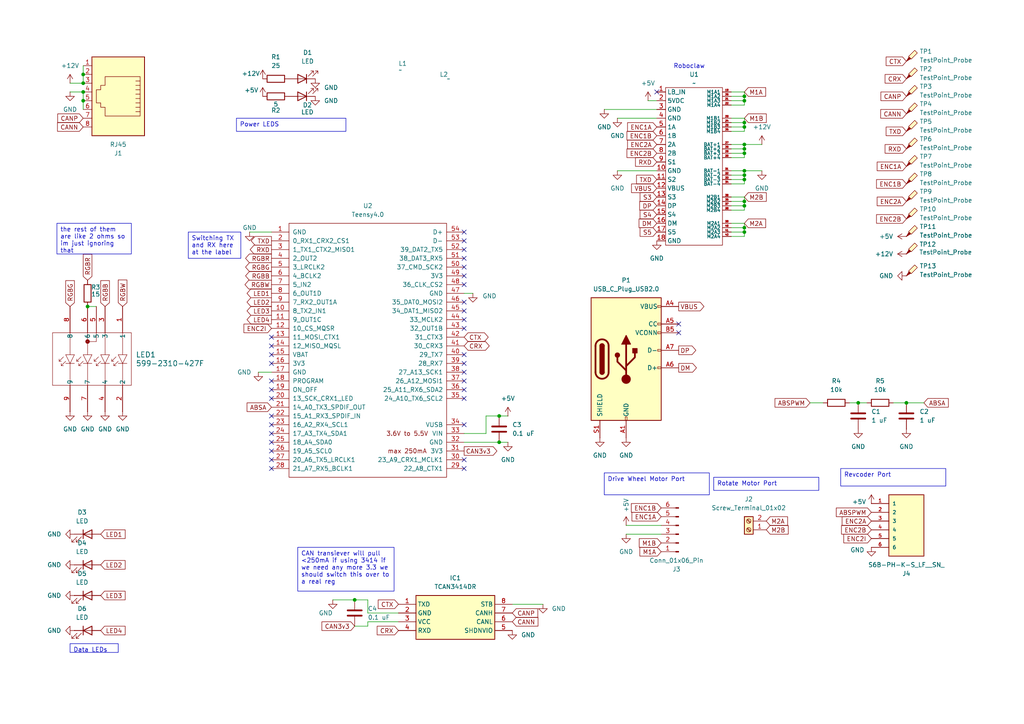
<source format=kicad_sch>
(kicad_sch (version 20231120) (generator "eeschema") (generator_version "8.0")
  (paper "A4")
  (lib_symbols
    (symbol "2024-05-06_00-08-00:599-2310-427F" (pin_names (offset 0.254))
      (property "Reference" "LED" (at 15.875 10.795 0))
      (property "Value" "599-2310-427F" (at 20.32 5.08 0))
      (symbol "599-2310-427F_0_1"
        (pin unspecified line (at 30.48 -15.24 180) (length 7.62) (name "1") (number "1"))
        (pin unspecified line (at 0 -15.24 0) (length 7.62) (name "2") (number "2"))
        (pin unspecified line (at 30.48 -10.16 180) (length 7.62) (name "3") (number "3"))
        (pin unspecified line (at 0 -10.16 0) (length 7.62) (name "4") (number "4"))
        (pin unspecified line (at 30.48 -7.62 180) (length 7.62) (name "5") (number "5"))
        (pin unspecified line (at 30.48 -5.08 180) (length 7.62) (name "6") (number "6"))
        (pin unspecified line (at 0 -5.08 0) (length 7.62) (name "7") (number "7"))
        (pin unspecified line (at 30.48 0 180) (length 7.62) (name "8") (number "8"))
        (pin unspecified line (at 0 0 0) (length 7.62) (name "9") (number "9"))
      )
    )
    (symbol "Connector:Conn_01x06_Pin" (pin_names (offset 1.016) hide)
      (property "Reference" "J" (at 0 7.62 0))
      (property "Value" "Conn_01x06_Pin" (at 0 -10.16 0))
      (symbol "Conn_01x06_Pin_1_1"
        (pin passive line (at 5.08 5.08 180) (length 3.81) (name "Pin_1") (number "1"))
        (pin passive line (at 5.08 2.54 180) (length 3.81) (name "Pin_2") (number "2"))
        (pin passive line (at 5.08 0 180) (length 3.81) (name "Pin_3") (number "3"))
        (pin passive line (at 5.08 -2.54 180) (length 3.81) (name "Pin_4") (number "4"))
        (pin passive line (at 5.08 -5.08 180) (length 3.81) (name "Pin_5") (number "5"))
        (pin passive line (at 5.08 -7.62 180) (length 3.81) (name "Pin_6") (number "6"))
      )
    )
    (symbol "Connector:RJ45" (pin_names (offset 1.016))
      (property "Reference" "J" (at -5.08 13.97 0))
      (property "Value" "RJ45" (at 2.54 13.97 0))
      (symbol "RJ45_1_1"
        (pin passive line (at 10.16 -7.62 180) (length 2.54) (name "~") (number "1"))
        (pin passive line (at 10.16 -5.08 180) (length 2.54) (name "~") (number "2"))
        (pin passive line (at 10.16 -2.54 180) (length 2.54) (name "~") (number "3"))
        (pin passive line (at 10.16 0 180) (length 2.54) (name "~") (number "4"))
        (pin passive line (at 10.16 2.54 180) (length 2.54) (name "~") (number "5"))
        (pin passive line (at 10.16 5.08 180) (length 2.54) (name "~") (number "6"))
        (pin passive line (at 10.16 7.62 180) (length 2.54) (name "~") (number "7"))
        (pin passive line (at 10.16 10.16 180) (length 2.54) (name "~") (number "8"))
      )
    )
    (symbol "Connector:Screw_Terminal_01x02" (pin_names (offset 1.016) hide)
      (property "Reference" "J" (at 0 2.54 0))
      (property "Value" "Screw_Terminal_01x02" (at 0 -5.08 0))
      (symbol "Screw_Terminal_01x02_1_1"
        (pin passive line (at -5.08 0 0) (length 3.81) (name "Pin_1") (number "1"))
        (pin passive line (at -5.08 -2.54 0) (length 3.81) (name "Pin_2") (number "2"))
      )
    )
    (symbol "Connector:TestPoint_Probe" (pin_numbers hide) (pin_names (offset 0.762) hide)
      (property "Reference" "TP" (at 1.651 5.842 0))
      (property "Value" "TestPoint_Probe" (at 1.651 4.064 0))
      (symbol "TestPoint_Probe_1_1"
        (pin passive line (at 0 0 90) (length 0) (name "1") (number "1"))
      )
    )
    (symbol "Connector:USB_C_Plug_USB2.0" (pin_names (offset 1.016))
      (property "Reference" "P" (at -10.16 19.05 0))
      (property "Value" "USB_C_Plug_USB2.0" (at 12.7 19.05 0))
      (symbol "USB_C_Plug_USB2.0_1_1"
        (pin passive line (at 0 -22.86 90) (length 5.08) (name "GND") (number "A1"))
        (pin passive line (at 0 -22.86 90) (length 5.08) hide (name "GND") (number "A12"))
        (pin passive line (at 15.24 15.24 180) (length 5.08) (name "VBUS") (number "A4"))
        (pin bidirectional line (at 15.24 10.16 180) (length 5.08) (name "CC") (number "A5"))
        (pin bidirectional line (at 15.24 -2.54 180) (length 5.08) (name "D+") (number "A6"))
        (pin bidirectional line (at 15.24 2.54 180) (length 5.08) (name "D-") (number "A7"))
        (pin passive line (at 15.24 15.24 180) (length 5.08) hide (name "VBUS") (number "A9"))
        (pin passive line (at 0 -22.86 90) (length 5.08) hide (name "GND") (number "B1"))
        (pin passive line (at 0 -22.86 90) (length 5.08) hide (name "GND") (number "B12"))
        (pin passive line (at 15.24 15.24 180) (length 5.08) hide (name "VBUS") (number "B4"))
        (pin bidirectional line (at 15.24 7.62 180) (length 5.08) (name "VCONN") (number "B5"))
        (pin passive line (at 15.24 15.24 180) (length 5.08) hide (name "VBUS") (number "B9"))
        (pin passive line (at -7.62 -22.86 90) (length 5.08) (name "SHIELD") (number "S1"))
      )
    )
    (symbol "Device:C" (pin_numbers hide) (pin_names (offset 0.254))
      (property "Reference" "C" (at 0.635 2.54 0))
      (property "Value" "C" (at 0.635 -2.54 0))
      (symbol "C_1_1"
        (pin passive line (at 0 3.81 270) (length 2.794) (name "~") (number "1"))
        (pin passive line (at 0 -3.81 90) (length 2.794) (name "~") (number "2"))
      )
    )
    (symbol "Device:LED" (pin_numbers hide) (pin_names (offset 1.016) hide)
      (property "Reference" "D" (at 0 2.54 0))
      (property "Value" "LED" (at 0 -2.54 0))
      (symbol "LED_1_1"
        (pin passive line (at -3.81 0 0) (length 2.54) (name "K") (number "1"))
        (pin passive line (at 3.81 0 180) (length 2.54) (name "A") (number "2"))
      )
    )
    (symbol "Device:R" (pin_numbers hide) (pin_names (offset 0))
      (property "Reference" "R" (at 2.032 0 90))
      (property "Value" "R" (at 0 0 90))
      (symbol "R_1_1"
        (pin passive line (at 0 3.81 270) (length 1.27) (name "~") (number "1"))
        (pin passive line (at 0 -3.81 90) (length 1.27) (name "~") (number "2"))
      )
    )
    (symbol "S6B-PH-K-S_LF__SN_:S6B-PH-K-S_LF__SN_" (pin_names (offset 1.016))
      (property "Reference" "J" (at -5.08 8.1397 0))
      (property "Value" "S6B-PH-K-S_LF__SN_" (at -5.08 -12.7154 0))
      (symbol "S6B-PH-K-S_LF__SN__0_0"
        (pin passive line (at -10.16 5.08 0) (length 5.08) (name "1") (number "1"))
        (pin passive line (at -10.16 2.54 0) (length 5.08) (name "2") (number "2"))
        (pin passive line (at -10.16 0 0) (length 5.08) (name "3") (number "3"))
        (pin passive line (at -10.16 -2.54 0) (length 5.08) (name "4") (number "4"))
        (pin passive line (at -10.16 -5.08 0) (length 5.08) (name "5") (number "5"))
        (pin passive line (at -10.16 -7.62 0) (length 5.08) (name "6") (number "6"))
      )
    )
    (symbol "TCAN3414DR:TCAN3414DR"
      (property "Reference" "IC" (at 29.21 7.62 0))
      (property "Value" "TCAN3414DR" (at 29.21 5.08 0))
      (symbol "TCAN3414DR_1_1"
        (pin passive line (at 0 0 0) (length 5.08) (name "TXD") (number "1"))
        (pin passive line (at 0 -2.54 0) (length 5.08) (name "GND") (number "2"))
        (pin passive line (at 0 -5.08 0) (length 5.08) (name "VCC") (number "3"))
        (pin passive line (at 0 -7.62 0) (length 5.08) (name "RXD") (number "4"))
        (pin passive line (at 33.02 -7.62 180) (length 5.08) (name "SHDNVIO") (number "5"))
        (pin passive line (at 33.02 -5.08 180) (length 5.08) (name "CANL") (number "6"))
        (pin passive line (at 33.02 -2.54 180) (length 5.08) (name "CANH") (number "7"))
        (pin passive line (at 33.02 0 180) (length 5.08) (name "STB") (number "8"))
      )
    )
    (symbol "custom:Logo"
      (property "Reference" "L" (at 0 0 0))
    )
    (symbol "power:+12V" (power) (pin_numbers hide) (pin_names (offset 0) hide)
      (property "Value" "+12V" (at 0 3.556 0))
      (symbol "+12V_1_1"
        (pin power_in line (at 0 0 90) (length 0) (name "~") (number "1"))
      )
    )
    (symbol "power:+5V" (power) (pin_numbers hide) (pin_names (offset 0) hide)
      (property "Value" "+5V" (at 0 3.556 0))
      (symbol "+5V_1_1"
        (pin power_in line (at 0 0 90) (length 0) (name "~") (number "1"))
      )
    )
    (symbol "power:GND" (power) (pin_numbers hide) (pin_names (offset 0) hide)
      (property "Value" "GND" (at 0 -3.81 0))
      (symbol "GND_1_1"
        (pin power_in line (at 0 0 270) (length 0) (name "~") (number "1"))
      )
    )
    (symbol "roboclaw:Roboclaw"
      (property "Reference" "U" (at -1.524 -1.27 0))
      (symbol "Roboclaw_1_1"
        (pin input line (at -10.16 -3.81 0) (length 2.54) (name "LB_IN") (number "1"))
        (pin input line (at -10.16 -26.67 0) (length 2.54) (name "GND") (number "10"))
        (pin input line (at -10.16 -29.21 0) (length 2.54) (name "S2") (number "11"))
        (pin input line (at -10.16 -31.75 0) (length 2.54) (name "VBUS") (number "12"))
        (pin input line (at -10.16 -34.29 0) (length 2.54) (name "S3") (number "13"))
        (pin input line (at -10.16 -36.83 0) (length 2.54) (name "DP") (number "14"))
        (pin input line (at -10.16 -39.37 0) (length 2.54) (name "S4") (number "15"))
        (pin input line (at -10.16 -41.91 0) (length 2.54) (name "DM") (number "16"))
        (pin input line (at -10.16 -44.45 0) (length 2.54) (name "S5") (number "17"))
        (pin input line (at -10.16 -46.99 0) (length 2.54) (name "GND") (number "18"))
        (pin output line (at 11.43 -3.81 180) (length 2.54) (name "M1A1") (number "19"))
        (pin power_out line (at -10.16 -6.35 0) (length 2.54) (name "5VDC") (number "2"))
        (pin output line (at 11.43 -5.08 180) (length 2.54) (name "M1A2") (number "20"))
        (pin output line (at 11.43 -6.35 180) (length 2.54) (name "M1A3") (number "21"))
        (pin output line (at 11.43 -7.62 180) (length 2.54) (name "M1A4") (number "22"))
        (pin output line (at 11.43 -11.43 180) (length 2.54) (name "M1B1") (number "23"))
        (pin output line (at 11.43 -12.7 180) (length 2.54) (name "M1B2") (number "24"))
        (pin output line (at 11.43 -13.97 180) (length 2.54) (name "M1B3") (number "25"))
        (pin output line (at 11.43 -15.24 180) (length 2.54) (name "M1B4") (number "26"))
        (pin power_in line (at 11.43 -19.05 180) (length 2.54) (name "BAT+1") (number "27"))
        (pin power_in line (at 11.43 -20.32 180) (length 2.54) (name "BAT+2") (number "28"))
        (pin power_in line (at 11.43 -21.59 180) (length 2.54) (name "BAT+3") (number "29"))
        (pin power_out line (at -10.16 -8.89 0) (length 2.54) (name "GND") (number "3"))
        (pin power_in line (at 11.43 -22.86 180) (length 2.54) (name "BAT+4") (number "30"))
        (pin power_in line (at 11.43 -26.67 180) (length 2.54) (name "BAT-1") (number "31"))
        (pin power_in line (at 11.43 -27.94 180) (length 2.54) (name "BAT-2") (number "32"))
        (pin power_in line (at 11.43 -29.21 180) (length 2.54) (name "BAT-3") (number "33"))
        (pin power_in line (at 11.43 -30.48 180) (length 2.54) (name "BAT-4") (number "34"))
        (pin output line (at 11.43 -34.29 180) (length 2.54) (name "M2B1") (number "35"))
        (pin output line (at 11.43 -35.56 180) (length 2.54) (name "M2B2") (number "36"))
        (pin output line (at 11.43 -36.83 180) (length 2.54) (name "M2B3") (number "37"))
        (pin output line (at 11.43 -38.1 180) (length 2.54) (name "M2B4") (number "38"))
        (pin output line (at 11.43 -41.91 180) (length 2.54) (name "M2A1") (number "39"))
        (pin power_out line (at -10.16 -11.43 0) (length 2.54) (name "GND") (number "4"))
        (pin output line (at 11.43 -43.18 180) (length 2.54) (name "M2A2") (number "40"))
        (pin output line (at 11.43 -44.45 180) (length 2.54) (name "M2A3") (number "41"))
        (pin output line (at 11.43 -45.72 180) (length 2.54) (name "M2A4") (number "42"))
        (pin input line (at -10.16 -13.97 0) (length 2.54) (name "1A") (number "5"))
        (pin input line (at -10.16 -16.51 0) (length 2.54) (name "1B") (number "6"))
        (pin input line (at -10.16 -19.05 0) (length 2.54) (name "2A") (number "7"))
        (pin input line (at -10.16 -21.59 0) (length 2.54) (name "2B") (number "8"))
        (pin input line (at -10.16 -24.13 0) (length 2.54) (name "S1") (number "9"))
      )
    )
    (symbol "teensy:Teensy4.0" (pin_names (offset 1.016))
      (property "Reference" "U" (at 0 39.37 0))
      (property "Value" "Teensy4.0" (at 0 -39.37 0))
      (symbol "Teensy4.0_0_0"
        (text "3.6V to 5.5V" (at 11.43 -24.13 0) (effects (font (size 1.27 1.27))))
        (text "max 250mA" (at 11.43 -29.21 0) (effects (font (size 1.27 1.27))))
        (pin bidirectional line (at -27.94 11.43 0) (length 5.08) (name "8_TX2_IN1") (number "10"))
        (pin bidirectional line (at -27.94 8.89 0) (length 5.08) (name "9_OUT1C") (number "11"))
        (pin bidirectional line (at -27.94 6.35 0) (length 5.08) (name "10_CS_MQSR") (number "12"))
        (pin bidirectional line (at -27.94 3.81 0) (length 5.08) (name "11_MOSI_CTX1") (number "13"))
        (pin bidirectional line (at -27.94 1.27 0) (length 5.08) (name "12_MISO_MQSL") (number "14"))
        (pin power_in line (at -27.94 -1.27 0) (length 5.08) (name "VBAT") (number "15"))
        (pin power_in line (at -27.94 -3.81 0) (length 5.08) (name "3V3") (number "16"))
        (pin power_in line (at -27.94 -6.35 0) (length 5.08) (name "GND") (number "17"))
        (pin input line (at -27.94 -8.89 0) (length 5.08) (name "PROGRAM") (number "18"))
        (pin input line (at -27.94 -11.43 0) (length 5.08) (name "ON_OFF") (number "19"))
        (pin bidirectional line (at -27.94 -13.97 0) (length 5.08) (name "13_SCK_CRX1_LED") (number "20"))
        (pin bidirectional line (at -27.94 -16.51 0) (length 5.08) (name "14_A0_TX3_SPDIF_OUT") (number "21"))
        (pin bidirectional line (at -27.94 -19.05 0) (length 5.08) (name "15_A1_RX3_SPDIF_IN") (number "22"))
        (pin bidirectional line (at -27.94 -21.59 0) (length 5.08) (name "16_A2_RX4_SCL1") (number "23"))
        (pin bidirectional line (at -27.94 -24.13 0) (length 5.08) (name "17_A3_TX4_SDA1") (number "24"))
        (pin bidirectional line (at -27.94 -26.67 0) (length 5.08) (name "18_A4_SDA0") (number "25"))
        (pin bidirectional line (at -27.94 -29.21 0) (length 5.08) (name "19_A5_SCL0") (number "26"))
        (pin bidirectional line (at -27.94 -31.75 0) (length 5.08) (name "20_A6_TX5_LRCLK1") (number "27"))
        (pin bidirectional line (at -27.94 -34.29 0) (length 5.08) (name "21_A7_RX5_BCLK1") (number "28"))
        (pin bidirectional line (at 27.94 -34.29 180) (length 5.08) (name "22_A8_CTX1") (number "29"))
        (pin bidirectional line (at 27.94 -31.75 180) (length 5.08) (name "23_A9_CRX1_MCLK1") (number "30"))
        (pin power_out line (at 27.94 -29.21 180) (length 5.08) (name "3V3") (number "31"))
        (pin power_in line (at 27.94 -26.67 180) (length 5.08) (name "GND") (number "32"))
        (pin power_in line (at 27.94 -24.13 180) (length 5.08) (name "VIN") (number "33"))
        (pin power_out line (at 27.94 -21.59 180) (length 5.08) (name "VUSB") (number "34"))
        (pin bidirectional line (at 27.94 -13.97 180) (length 5.08) (name "24_A10_TX6_SCL2") (number "35"))
        (pin bidirectional line (at 27.94 -11.43 180) (length 5.08) (name "25_A11_RX6_SDA2") (number "36"))
        (pin bidirectional line (at 27.94 -8.89 180) (length 5.08) (name "26_A12_MOSI1") (number "37"))
        (pin bidirectional line (at 27.94 -6.35 180) (length 5.08) (name "27_A13_SCK1") (number "38"))
        (pin bidirectional line (at 27.94 -3.81 180) (length 5.08) (name "28_RX7") (number "39"))
        (pin bidirectional line (at 27.94 -1.27 180) (length 5.08) (name "29_TX7") (number "40"))
        (pin bidirectional line (at 27.94 1.27 180) (length 5.08) (name "30_CRX3") (number "41"))
        (pin bidirectional line (at 27.94 3.81 180) (length 5.08) (name "31_CTX3") (number "42"))
        (pin bidirectional line (at 27.94 6.35 180) (length 5.08) (name "32_OUT1B") (number "43"))
        (pin bidirectional line (at 27.94 8.89 180) (length 5.08) (name "33_MCLK2") (number "44"))
        (pin bidirectional line (at 27.94 11.43 180) (length 5.08) (name "34_DAT1_MISO2") (number "45"))
        (pin bidirectional line (at 27.94 13.97 180) (length 5.08) (name "35_DAT0_MOSI2") (number "46"))
        (pin power_out line (at 27.94 16.51 180) (length 5.08) (name "GND") (number "47"))
        (pin bidirectional line (at 27.94 19.05 180) (length 5.08) (name "36_CLK_CS2") (number "48"))
        (pin power_out line (at 27.94 21.59 180) (length 5.08) (name "3V3") (number "49"))
        (pin bidirectional line (at -27.94 24.13 0) (length 5.08) (name "3_LRCLK2") (number "5"))
        (pin bidirectional line (at 27.94 24.13 180) (length 5.08) (name "37_CMD_SCK2") (number "50"))
        (pin bidirectional line (at 27.94 26.67 180) (length 5.08) (name "38_DAT3_RX5") (number "51"))
        (pin bidirectional line (at 27.94 29.21 180) (length 5.08) (name "39_DAT2_TX5") (number "52"))
        (pin bidirectional line (at 27.94 31.75 180) (length 5.08) (name "D-") (number "53"))
        (pin bidirectional line (at 27.94 34.29 180) (length 5.08) (name "D+") (number "54"))
        (pin bidirectional line (at -27.94 21.59 0) (length 5.08) (name "4_BCLK2") (number "6"))
        (pin bidirectional line (at -27.94 19.05 0) (length 5.08) (name "5_IN2") (number "7"))
        (pin bidirectional line (at -27.94 16.51 0) (length 5.08) (name "6_OUT1D") (number "8"))
        (pin bidirectional line (at -27.94 13.97 0) (length 5.08) (name "7_RX2_OUT1A") (number "9"))
      )
      (symbol "Teensy4.0_1_1"
        (pin power_in line (at -27.94 34.29 0) (length 5.08) (name "GND") (number "1"))
        (pin bidirectional line (at -27.94 31.75 0) (length 5.08) (name "0_RX1_CRX2_CS1") (number "2"))
        (pin bidirectional line (at -27.94 29.21 0) (length 5.08) (name "1_TX1_CTX2_MISO1") (number "3"))
        (pin bidirectional line (at -27.94 26.67 0) (length 5.08) (name "2_OUT2") (number "4"))
      )
    )
  )
  (junction (at 24.13 24.13))
  (junction (at 215.9 43.18))
  (junction (at 25.4 88.9))
  (junction (at 144.78 128.27))
  (junction (at 215.9 35.56))
  (junction (at 215.9 44.45))
  (junction (at 24.13 21.59))
  (junction (at 215.9 50.8))
  (junction (at 215.9 59.69))
  (junction (at 215.9 29.21))
  (junction (at 24.13 29.21))
  (junction (at 215.9 67.31))
  (junction (at 215.9 52.07))
  (junction (at 215.9 49.53))
  (junction (at 215.9 41.91))
  (junction (at 144.78 120.65))
  (junction (at 215.9 58.42))
  (junction (at 248.92 116.84))
  (junction (at 262.89 116.84))
  (junction (at 215.9 36.83))
  (junction (at 215.9 66.04))
  (junction (at 215.9 27.94))
  (junction (at 102.87 173.99))
  (junction (at 24.13 26.67))
  (no_connect (at 134.62 123.19))
  (no_connect (at 134.62 115.57))
  (no_connect (at 196.85 93.98))
  (no_connect (at 78.74 123.19))
  (no_connect (at 78.74 97.79))
  (no_connect (at 134.62 87.63))
  (no_connect (at 134.62 82.55))
  (no_connect (at 78.74 100.33))
  (no_connect (at 78.74 125.73))
  (no_connect (at 78.74 102.87))
  (no_connect (at 78.74 105.41))
  (no_connect (at 78.74 133.35))
  (no_connect (at 134.62 72.39))
  (no_connect (at 134.62 74.93))
  (no_connect (at 78.74 110.49))
  (no_connect (at 134.62 80.01))
  (no_connect (at 134.62 135.89))
  (no_connect (at 78.74 115.57))
  (no_connect (at 134.62 92.71))
  (no_connect (at 196.85 96.52))
  (no_connect (at 134.62 69.85))
  (no_connect (at 134.62 113.03))
  (no_connect (at 78.74 120.65))
  (no_connect (at 134.62 133.35))
  (no_connect (at 134.62 110.49))
  (no_connect (at 190.5 26.67))
  (no_connect (at 134.62 77.47))
  (no_connect (at 134.62 102.87))
  (no_connect (at 134.62 107.95))
  (no_connect (at 78.74 113.03))
  (no_connect (at 134.62 105.41))
  (no_connect (at 78.74 128.27))
  (no_connect (at 134.62 67.31))
  (no_connect (at 78.74 135.89))
  (no_connect (at 78.74 130.81))
  (no_connect (at 134.62 95.25))
  (no_connect (at 134.62 90.17))
  (wire (pts (xy 147.32 128.27) (xy 144.78 128.27)))
  (wire (pts (xy 72.39 67.31) (xy 78.74 67.31)))
  (wire (pts (xy 212.09 66.04) (xy 215.9 66.04)))
  (wire (pts (xy 96.52 173.99) (xy 102.87 173.99)))
  (wire (pts (xy 212.09 58.42) (xy 215.9 58.42)))
  (wire (pts (xy 212.09 45.72) (xy 215.9 45.72)))
  (wire (pts (xy 212.09 29.21) (xy 215.9 29.21)))
  (wire (pts (xy 215.9 50.8) (xy 215.9 52.07)))
  (wire (pts (xy 259.08 116.84) (xy 262.89 116.84)))
  (wire (pts (xy 215.9 57.15) (xy 215.9 58.42)))
  (wire (pts (xy 212.09 57.15) (xy 215.9 57.15)))
  (wire (pts (xy 215.9 66.04) (xy 215.9 67.31)))
  (wire (pts (xy 212.09 41.91) (xy 215.9 41.91)))
  (wire (pts (xy 212.09 53.34) (xy 215.9 53.34)))
  (wire (pts (xy 179.07 34.29) (xy 190.5 34.29)))
  (wire (pts (xy 157.48 175.26) (xy 148.59 175.26)))
  (wire (pts (xy 215.9 43.18) (xy 215.9 44.45)))
  (wire (pts (xy 106.68 177.8) (xy 115.57 177.8)))
  (wire (pts (xy 106.68 180.34) (xy 115.57 180.34)))
  (wire (pts (xy 212.09 64.77) (xy 215.9 64.77)))
  (wire (pts (xy 24.13 29.21) (xy 24.13 31.75)))
  (wire (pts (xy 215.9 67.31) (xy 215.9 68.58)))
  (wire (pts (xy 212.09 35.56) (xy 215.9 35.56)))
  (wire (pts (xy 106.68 173.99) (xy 106.68 177.8)))
  (wire (pts (xy 137.16 85.09) (xy 134.62 85.09)))
  (wire (pts (xy 215.9 44.45) (xy 215.9 45.72)))
  (wire (pts (xy 215.9 29.21) (xy 215.9 30.48)))
  (wire (pts (xy 175.26 31.75) (xy 190.5 31.75)))
  (wire (pts (xy 212.09 50.8) (xy 215.9 50.8)))
  (wire (pts (xy 212.09 38.1) (xy 215.9 38.1)))
  (wire (pts (xy 144.78 120.65) (xy 140.97 120.65)))
  (wire (pts (xy 215.9 27.94) (xy 215.9 29.21)))
  (wire (pts (xy 212.09 44.45) (xy 215.9 44.45)))
  (wire (pts (xy 234.95 116.84) (xy 238.76 116.84)))
  (wire (pts (xy 215.9 26.67) (xy 215.9 27.94)))
  (wire (pts (xy 181.61 152.4) (xy 191.77 152.4)))
  (wire (pts (xy 212.09 60.96) (xy 215.9 60.96)))
  (wire (pts (xy 215.9 52.07) (xy 215.9 53.34)))
  (wire (pts (xy 25.4 88.9) (xy 27.94 88.9)))
  (wire (pts (xy 212.09 67.31) (xy 215.9 67.31)))
  (wire (pts (xy 20.32 26.67) (xy 24.13 26.67)))
  (wire (pts (xy 212.09 52.07) (xy 215.9 52.07)))
  (wire (pts (xy 215.9 59.69) (xy 215.9 60.96)))
  (wire (pts (xy 212.09 43.18) (xy 215.9 43.18)))
  (wire (pts (xy 220.98 49.53) (xy 215.9 49.53)))
  (wire (pts (xy 191.77 154.94) (xy 181.61 154.94)))
  (wire (pts (xy 246.38 116.84) (xy 248.92 116.84)))
  (wire (pts (xy 147.32 120.65) (xy 144.78 120.65)))
  (wire (pts (xy 215.9 58.42) (xy 215.9 59.69)))
  (wire (pts (xy 140.97 120.65) (xy 140.97 125.73)))
  (wire (pts (xy 212.09 68.58) (xy 215.9 68.58)))
  (wire (pts (xy 212.09 27.94) (xy 215.9 27.94)))
  (wire (pts (xy 248.92 116.84) (xy 251.46 116.84)))
  (wire (pts (xy 215.9 49.53) (xy 215.9 50.8)))
  (wire (pts (xy 74.93 107.95) (xy 78.74 107.95)))
  (wire (pts (xy 215.9 35.56) (xy 215.9 36.83)))
  (wire (pts (xy 212.09 36.83) (xy 215.9 36.83)))
  (wire (pts (xy 212.09 26.67) (xy 215.9 26.67)))
  (wire (pts (xy 140.97 125.73) (xy 134.62 125.73)))
  (wire (pts (xy 24.13 21.59) (xy 24.13 24.13)))
  (wire (pts (xy 24.13 19.05) (xy 24.13 21.59)))
  (wire (pts (xy 102.87 181.61) (xy 106.68 181.61)))
  (wire (pts (xy 212.09 34.29) (xy 215.9 34.29)))
  (wire (pts (xy 215.9 36.83) (xy 215.9 38.1)))
  (wire (pts (xy 102.87 173.99) (xy 106.68 173.99)))
  (wire (pts (xy 24.13 26.67) (xy 24.13 29.21)))
  (wire (pts (xy 212.09 49.53) (xy 215.9 49.53)))
  (wire (pts (xy 212.09 30.48) (xy 215.9 30.48)))
  (wire (pts (xy 179.07 49.53) (xy 190.5 49.53)))
  (wire (pts (xy 215.9 64.77) (xy 215.9 66.04)))
  (wire (pts (xy 212.09 59.69) (xy 215.9 59.69)))
  (wire (pts (xy 220.98 41.91) (xy 215.9 41.91)))
  (wire (pts (xy 106.68 181.61) (xy 106.68 180.34)))
  (wire (pts (xy 20.32 24.13) (xy 24.13 24.13)))
  (wire (pts (xy 215.9 34.29) (xy 215.9 35.56)))
  (wire (pts (xy 262.89 116.84) (xy 267.97 116.84)))
  (wire (pts (xy 215.9 41.91) (xy 215.9 43.18)))
  (wire (pts (xy 144.78 128.27) (xy 134.62 128.27)))
  (wire (pts (xy 187.96 29.21) (xy 190.5 29.21)))
  (text_box "Power LEDS" (at 68.58 34.29 0) (size 31.75 3.81) (effects (font (size 1.27 1.27)) (justify left top)))
  (text_box "Data LEDs" (at 20.32 186.69 0) (size 13.97 2.54) (effects (font (size 1.27 1.27)) (justify left top)))
  (text_box "CAN transiever will pull <250mA if using 3414 if we need any more 3.3 we should switch this over to a real reg\n" (at 86.36 158.75 0) (size 27.94 12.7) (effects (font (size 1.27 1.27)) (justify left top)))
  (text_box "Drive Wheel Motor Port\n" (at 175.26 137.16 0) (size 30.48 6.35) (effects (font (size 1.27 1.27)) (justify left top)))
  (text_box "the rest of them are like 2 ohms so im just ignoring that" (at 16.51 64.77 0) (size 21.59 8.89) (effects (font (size 1.27 1.27)) (justify left top)))
  (text_box "Rotate Motor Port" (at 207.01 138.43 0) (size 30.48 3.81) (effects (font (size 1.27 1.27)) (justify left top)))
  (text_box "Switching TX and RX here at the label" (exclude_from_sim yes) (at 54.61 67.31 0) (size 15.24 7.62) (effects (font (size 1.27 1.27)) (justify left top)))
  (text_box "Revcoder Port" (at 243.84 135.89 0) (size 30.48 5.08) (effects (font (size 1.27 1.27)) (justify left top)))
  (text "Roboclaw\n" (at 199.898 19.304 0) (effects (font (size 1.27 1.27))))
  (global_label "M1B" (shape input) (at 215.9 34.29 0) (property "Intersheetrefs" "${INTERSHEET_REFS}" (effects (hide yes))))
  (global_label "RGBG" (shape output) (at 78.74 77.47 180) (property "Intersheetrefs" "${INTERSHEET_REFS}" (effects (hide yes))))
  (global_label "DP" (shape output) (at 196.85 101.6 0) (property "Intersheetrefs" "${INTERSHEET_REFS}" (effects (hide yes))))
  (global_label "ENC1A" (shape input) (at 191.77 149.86 180) (property "Intersheetrefs" "${INTERSHEET_REFS}" (effects (hide yes))))
  (global_label "CAN3v3" (shape input) (at 102.87 181.61 180) (property "Intersheetrefs" "${INTERSHEET_REFS}" (effects (hide yes))))
  (global_label "CTX" (shape input) (at 115.57 175.26 180) (property "Intersheetrefs" "${INTERSHEET_REFS}" (effects (hide yes))))
  (global_label "LED1" (shape input) (at 29.21 154.94 0) (property "Intersheetrefs" "${INTERSHEET_REFS}" (effects (hide yes))))
  (global_label "ENC1B" (shape input) (at 262.89 53.34 180) (property "Intersheetrefs" "${INTERSHEET_REFS}" (effects (hide yes))))
  (global_label "CANN" (shape input) (at 262.89 33.02 180) (property "Intersheetrefs" "${INTERSHEET_REFS}" (effects (hide yes))))
  (global_label "CANP" (shape input) (at 262.89 27.94 180) (property "Intersheetrefs" "${INTERSHEET_REFS}" (effects (hide yes))))
  (global_label "RGBB" (shape output) (at 78.74 80.01 180) (property "Intersheetrefs" "${INTERSHEET_REFS}" (effects (hide yes))))
  (global_label "CANN" (shape input) (at 24.13 36.83 180) (property "Intersheetrefs" "${INTERSHEET_REFS}" (effects (hide yes))))
  (global_label "VBUS" (shape input) (at 190.5 54.61 180) (property "Intersheetrefs" "${INTERSHEET_REFS}" (effects (hide yes))))
  (global_label "CRX" (shape input) (at 115.57 182.88 180) (property "Intersheetrefs" "${INTERSHEET_REFS}" (effects (hide yes))))
  (global_label "TXD" (shape input) (at 190.5 52.07 180) (property "Intersheetrefs" "${INTERSHEET_REFS}" (effects (hide yes))))
  (global_label "CANP" (shape input) (at 148.59 177.8 0) (property "Intersheetrefs" "${INTERSHEET_REFS}" (effects (hide yes))))
  (global_label "RGBG" (shape input) (at 20.32 88.9 90) (property "Intersheetrefs" "${INTERSHEET_REFS}" (effects (hide yes))))
  (global_label "TXD" (shape output) (at 78.74 69.85 180) (property "Intersheetrefs" "${INTERSHEET_REFS}" (effects (hide yes))))
  (global_label "DP" (shape input) (at 190.5 59.69 180) (property "Intersheetrefs" "${INTERSHEET_REFS}" (effects (hide yes))))
  (global_label "TXD" (shape input) (at 262.89 38.1 180) (property "Intersheetrefs" "${INTERSHEET_REFS}" (effects (hide yes))))
  (global_label "RXD" (shape input) (at 262.89 43.18 180) (property "Intersheetrefs" "${INTERSHEET_REFS}" (effects (hide yes))))
  (global_label "S5" (shape input) (at 190.5 67.31 180) (property "Intersheetrefs" "${INTERSHEET_REFS}" (effects (hide yes))))
  (global_label "M2B" (shape input) (at 222.25 153.67 0) (property "Intersheetrefs" "${INTERSHEET_REFS}" (effects (hide yes))))
  (global_label "CRX" (shape input) (at 262.89 22.86 180) (property "Intersheetrefs" "${INTERSHEET_REFS}" (effects (hide yes))))
  (global_label "CANP" (shape input) (at 24.13 34.29 180) (property "Intersheetrefs" "${INTERSHEET_REFS}" (effects (hide yes))))
  (global_label "RGBW" (shape output) (at 78.74 82.55 180) (property "Intersheetrefs" "${INTERSHEET_REFS}" (effects (hide yes))))
  (global_label "M2A" (shape input) (at 215.9 64.77 0) (property "Intersheetrefs" "${INTERSHEET_REFS}" (effects (hide yes))))
  (global_label "CAN3v3" (shape output) (at 134.62 130.81 0) (property "Intersheetrefs" "${INTERSHEET_REFS}" (effects (hide yes))))
  (global_label "S3" (shape input) (at 190.5 57.15 180) (property "Intersheetrefs" "${INTERSHEET_REFS}" (effects (hide yes))))
  (global_label "VBUS" (shape output) (at 196.85 88.9 0) (property "Intersheetrefs" "${INTERSHEET_REFS}" (effects (hide yes))))
  (global_label "ENC2A" (shape input) (at 262.89 58.42 180) (property "Intersheetrefs" "${INTERSHEET_REFS}" (effects (hide yes))))
  (global_label "ENC1A" (shape input) (at 190.5 36.83 180) (property "Intersheetrefs" "${INTERSHEET_REFS}" (effects (hide yes))))
  (global_label "ENC2I" (shape input) (at 78.74 95.25 180) (property "Intersheetrefs" "${INTERSHEET_REFS}" (effects (hide yes))))
  (global_label "RGBR" (shape output) (at 78.74 74.93 180) (property "Intersheetrefs" "${INTERSHEET_REFS}" (effects (hide yes))))
  (global_label "ABSPWM" (shape input) (at 234.95 116.84 180) (property "Intersheetrefs" "${INTERSHEET_REFS}" (effects (hide yes))))
  (global_label "ENC2B" (shape input) (at 252.73 153.67 180) (property "Intersheetrefs" "${INTERSHEET_REFS}" (effects (hide yes))))
  (global_label "ENC1A" (shape input) (at 262.89 48.26 180) (property "Intersheetrefs" "${INTERSHEET_REFS}" (effects (hide yes))))
  (global_label "M1A" (shape input) (at 215.9 26.67 0) (property "Intersheetrefs" "${INTERSHEET_REFS}" (effects (hide yes))))
  (global_label "CTX" (shape input) (at 262.89 17.78 180) (property "Intersheetrefs" "${INTERSHEET_REFS}" (effects (hide yes))))
  (global_label "ENC2I" (shape input) (at 252.73 156.21 180) (property "Intersheetrefs" "${INTERSHEET_REFS}" (effects (hide yes))))
  (global_label "ENC2B" (shape input) (at 190.5 44.45 180) (property "Intersheetrefs" "${INTERSHEET_REFS}" (effects (hide yes))))
  (global_label "ABSA" (shape input) (at 78.74 118.11 180) (property "Intersheetrefs" "${INTERSHEET_REFS}" (effects (hide yes))))
  (global_label "M1A" (shape input) (at 191.77 160.02 180) (property "Intersheetrefs" "${INTERSHEET_REFS}" (effects (hide yes))))
  (global_label "ENC2B" (shape input) (at 262.89 63.5 180) (property "Intersheetrefs" "${INTERSHEET_REFS}" (effects (hide yes))))
  (global_label "M2A" (shape input) (at 222.25 151.13 0) (property "Intersheetrefs" "${INTERSHEET_REFS}" (effects (hide yes))))
  (global_label "LED1" (shape output) (at 78.74 85.09 180) (property "Intersheetrefs" "${INTERSHEET_REFS}" (effects (hide yes))))
  (global_label "LED3" (shape input) (at 29.21 172.72 0) (property "Intersheetrefs" "${INTERSHEET_REFS}" (effects (hide yes))))
  (global_label "CTX" (shape bidirectional) (at 134.62 97.79 0) (property "Intersheetrefs" "${INTERSHEET_REFS}" (effects (hide yes))))
  (global_label "ENC1B" (shape input) (at 191.77 147.32 180) (property "Intersheetrefs" "${INTERSHEET_REFS}" (effects (hide yes))))
  (global_label "LED4" (shape input) (at 29.21 182.88 0) (property "Intersheetrefs" "${INTERSHEET_REFS}" (effects (hide yes))))
  (global_label "ENC1B" (shape input) (at 190.5 39.37 180) (property "Intersheetrefs" "${INTERSHEET_REFS}" (effects (hide yes))))
  (global_label "LED3" (shape output) (at 78.74 90.17 180) (property "Intersheetrefs" "${INTERSHEET_REFS}" (effects (hide yes))))
  (global_label "CANN" (shape input) (at 148.59 180.34 0) (property "Intersheetrefs" "${INTERSHEET_REFS}" (effects (hide yes))))
  (global_label "DM" (shape input) (at 190.5 64.77 180) (property "Intersheetrefs" "${INTERSHEET_REFS}" (effects (hide yes))))
  (global_label "RGBW" (shape input) (at 35.56 88.9 90) (property "Intersheetrefs" "${INTERSHEET_REFS}" (effects (hide yes))))
  (global_label "S4" (shape input) (at 190.5 62.23 180) (property "Intersheetrefs" "${INTERSHEET_REFS}" (effects (hide yes))))
  (global_label "M1B" (shape input) (at 191.77 157.48 180) (property "Intersheetrefs" "${INTERSHEET_REFS}" (effects (hide yes))))
  (global_label "RGBB" (shape input) (at 30.48 88.9 90) (property "Intersheetrefs" "${INTERSHEET_REFS}" (effects (hide yes))))
  (global_label "LED2" (shape input) (at 29.21 163.83 0) (property "Intersheetrefs" "${INTERSHEET_REFS}" (effects (hide yes))))
  (global_label "RXD" (shape input) (at 190.5 46.99 180) (property "Intersheetrefs" "${INTERSHEET_REFS}" (effects (hide yes))))
  (global_label "LED4" (shape output) (at 78.74 92.71 180) (property "Intersheetrefs" "${INTERSHEET_REFS}" (effects (hide yes))))
  (global_label "ABSPWM" (shape input) (at 252.73 148.59 180) (property "Intersheetrefs" "${INTERSHEET_REFS}" (effects (hide yes))))
  (global_label "CRX" (shape bidirectional) (at 134.62 100.33 0) (property "Intersheetrefs" "${INTERSHEET_REFS}" (effects (hide yes))))
  (global_label "RGBR" (shape input) (at 25.4 81.28 90) (property "Intersheetrefs" "${INTERSHEET_REFS}" (effects (hide yes))))
  (global_label "ABSA" (shape input) (at 267.97 116.84 0) (property "Intersheetrefs" "${INTERSHEET_REFS}" (effects (hide yes))))
  (global_label "RXD" (shape output) (at 78.74 72.39 180) (property "Intersheetrefs" "${INTERSHEET_REFS}" (effects (hide yes))))
  (global_label "LED2" (shape output) (at 78.74 87.63 180) (property "Intersheetrefs" "${INTERSHEET_REFS}" (effects (hide yes))))
  (global_label "ENC2A" (shape input) (at 190.5 41.91 180) (property "Intersheetrefs" "${INTERSHEET_REFS}" (effects (hide yes))))
  (global_label "M2B" (shape input) (at 215.9 57.15 0) (property "Intersheetrefs" "${INTERSHEET_REFS}" (effects (hide yes))))
  (global_label "ENC2A" (shape input) (at 252.73 151.13 180) (property "Intersheetrefs" "${INTERSHEET_REFS}" (effects (hide yes))))
  (global_label "DM" (shape output) (at 196.85 106.68 0) (property "Intersheetrefs" "${INTERSHEET_REFS}" (effects (hide yes))))
  (symbol (lib_id "power:GND") (at 157.48 175.26 0) (unit 1)
    (property "Reference" "#PWR042" (effects (hide yes)))
    (property "Value" "GND" (at 160.02 176.5299 0) (effects (justify left)))
    (property "Description" "Power symbol creates a global label with name \"GND\" , ground" (effects (hide yes)))
  )
  (symbol (lib_id "Connector:TestPoint_Probe") (at 262.89 17.78 0) (unit 1)
    (property "Reference" "TP1" (at 266.7 14.9224 0) (effects (justify left)))
    (property "Value" "TestPoint_Probe" (at 266.7 17.4624 0) (effects (justify left)))
    (property "Footprint" "TestPoint:TestPoint_Pad_D1.5mm" (effects (hide yes)))
    (property "Description" "test point (alternative probe-style design)" (effects (hide yes)))
  )
  (symbol (lib_id "TCAN3414DR:TCAN3414DR") (at 115.57 175.26 0) (unit 1)
    (property "Reference" "IC1" (at 132.08 167.64 0))
    (property "Value" "TCAN3414DR" (at 132.08 170.18 0))
    (property "Footprint" "footprints:SOIC127P600X175-8N" (effects (hide yes)))
    (property "Datasheet" "https://www.ti.com/lit/ds/symlink/tcan3414.pdf?ts=1713723144569&ref_url=https%253A%252F%252Fwww.mouser.ch%252F" (effects (hide yes)))
    (property "Description" "3.3-V CAN FD transceiver with shut-down and standby mode" (effects (hide yes)))
    (property "Height" "1.75" (effects (hide yes)))
    (property "Mouser Part Number" "595-TCAN3414DR" (effects (hide yes)))
    (property "Mouser Price/Stock" "https://www.mouser.co.uk/ProductDetail/Texas-Instruments/TCAN3414DR?qs=mELouGlnn3egF2AojRJddw%3D%3D" (effects (hide yes)))
    (property "Manufacturer_Name" "Texas Instruments" (effects (hide yes)))
    (property "Manufacturer_Part_Number" "TCAN3414DR" (effects (hide yes)))
  )
  (symbol (lib_id "Device:C") (at 262.89 120.65 0) (unit 1)
    (property "Reference" "C2" (at 266.7 119.3799 0) (effects (justify left)))
    (property "Value" "1 uF" (at 266.7 121.9199 0) (effects (justify left)))
    (property "Footprint" "Capacitor_SMD:C_0805_2012Metric" (effects (hide yes)))
    (property "Description" "Unpolarized capacitor" (effects (hide yes)))
  )
  (symbol (lib_id "power:GND") (at 179.07 49.53 0) (unit 1)
    (property "Reference" "#PWR015" (effects (hide yes)))
    (property "Value" "GND" (at 179.07 54.61 0))
    (property "Description" "Power symbol creates a global label with name \"GND\" , ground" (effects (hide yes)))
  )
  (symbol (lib_id "power:GND") (at 148.59 182.88 0) (unit 1)
    (property "Reference" "#PWR044" (effects (hide yes)))
    (property "Value" "GND" (at 151.13 184.1499 0) (effects (justify left)))
    (property "Description" "Power symbol creates a global label with name \"GND\" , ground" (effects (hide yes)))
  )
  (symbol (lib_id "Device:R") (at 25.4 85.09 0) (unit 1)
    (property "Reference" "R3" (at 26.416 83.312 0) (effects (justify left)))
    (property "Value" "15" (at 26.416 85.344 0) (effects (justify left)))
    (property "Footprint" "Resistor_SMD:R_0805_2012Metric" (effects (hide yes)))
    (property "Description" "Resistor" (effects (hide yes)))
  )
  (symbol (lib_id "Connector:RJ45") (at 34.29 26.67 180) (unit 1)
    (property "Reference" "J1" (at 34.29 44.45 0))
    (property "Value" "RJ45" (at 34.29 41.91 0))
    (property "Footprint" "Connector_RJ:RJ45_Amphenol_54602-x08_Horizontal" (effects (hide yes)))
    (property "Description" "RJ connector, 8P8C (8 positions 8 connected)" (effects (hide yes)))
  )
  (symbol (lib_id "power:GND") (at 20.32 26.67 0) (unit 1)
    (property "Reference" "#PWR01" (effects (hide yes)))
    (property "Value" "GND" (at 20.32 31.75 0))
    (property "Description" "Power symbol creates a global label with name \"GND\" , ground" (effects (hide yes)))
  )
  (symbol (lib_id "Connector:TestPoint_Probe") (at 262.89 63.5 0) (unit 1)
    (property "Reference" "TP10" (at 266.7 60.6424 0) (effects (justify left)))
    (property "Value" "TestPoint_Probe" (at 266.7 63.1824 0) (effects (justify left)))
    (property "Footprint" "TestPoint:TestPoint_Pad_D1.5mm" (effects (hide yes)))
    (property "Description" "test point (alternative probe-style design)" (effects (hide yes)))
  )
  (symbol (lib_id "power:GND") (at 137.16 85.09 0) (unit 1)
    (property "Reference" "#PWR022" (effects (hide yes)))
    (property "Value" "GND" (at 144.018 85.852 0) (effects (justify right)))
    (property "Description" "Power symbol creates a global label with name \"GND\" , ground" (effects (hide yes)))
  )
  (symbol (lib_id "Connector:TestPoint_Probe") (at 262.89 80.01 0) (unit 1)
    (property "Reference" "TP13" (at 266.7 77.1524 0) (effects (justify left)))
    (property "Value" "TestPoint_Probe" (at 266.7 79.6924 0) (effects (justify left)))
    (property "Footprint" "TestPoint:TestPoint_Pad_D1.5mm" (effects (hide yes)))
    (property "Description" "test point (alternative probe-style design)" (effects (hide yes)))
  )
  (symbol (lib_id "power:GND") (at 190.5 69.85 0) (unit 1)
    (property "Reference" "#PWR019" (effects (hide yes)))
    (property "Value" "GND" (at 190.5 74.93 0))
    (property "Description" "Power symbol creates a global label with name \"GND\" , ground" (effects (hide yes)))
  )
  (symbol (lib_id "power:+5V") (at 76.2 27.94 0) (unit 1)
    (property "Reference" "#PWR06" (effects (hide yes)))
    (property "Value" "+5V" (at 70.866 26.162 0) (effects (justify left)))
    (property "Description" "Power symbol creates a global label with name \"+5V\"" (effects (hide yes)))
  )
  (symbol (lib_id "Connector:TestPoint_Probe") (at 262.89 48.26 0) (unit 1)
    (property "Reference" "TP7" (at 266.7 45.4024 0) (effects (justify left)))
    (property "Value" "TestPoint_Probe" (at 266.7 47.9424 0) (effects (justify left)))
    (property "Footprint" "TestPoint:TestPoint_Pad_D1.5mm" (effects (hide yes)))
    (property "Description" "test point (alternative probe-style design)" (effects (hide yes)))
  )
  (symbol (lib_id "power:+12V") (at 20.32 24.13 0) (unit 1)
    (property "Reference" "#PWR04" (effects (hide yes)))
    (property "Value" "+12V" (at 20.32 19.05 0))
    (property "Description" "Power symbol creates a global label with name \"+12V\"" (effects (hide yes)))
  )
  (symbol (lib_id "Connector:Screw_Terminal_01x02") (at 217.17 153.67 180) (unit 1)
    (property "Reference" "J2" (at 217.17 144.78 0))
    (property "Value" "Screw_Terminal_01x02" (at 217.17 147.32 0))
    (property "Footprint" "footprints:PHOENIX_1935161" (effects (hide yes)))
    (property "Description" "Generic screw terminal, single row, 01x02, script generated (kicad-library-utils/schlib/autogen/connector/)" (effects (hide yes)))
  )
  (symbol (lib_id "roboclaw:Roboclaw") (at 200.66 22.86 0) (unit 1)
    (property "Reference" "U1" (at 201.3243 21.59 0))
    (property "Value" "~" (at 201.3243 24.13 0))
    (property "Footprint" "Custom:roboclaw" (effects (hide yes)))
  )
  (symbol (lib_id "power:GND") (at 252.73 158.75 0) (unit 1)
    (property "Reference" "#PWR034" (effects (hide yes)))
    (property "Value" "GND" (at 246.634 159.512 0) (effects (justify left)))
    (property "Description" "Power symbol creates a global label with name \"GND\" , ground" (effects (hide yes)))
  )
  (symbol (lib_id "power:+12V") (at 262.89 73.66 90) (unit 1)
    (property "Reference" "#PWR020" (effects (hide yes)))
    (property "Value" "+12V" (at 259.08 73.6599 90) (effects (justify left)))
    (property "Description" "Power symbol creates a global label with name \"+12V\"" (effects (hide yes)))
  )
  (symbol (lib_id "power:GND") (at 147.32 128.27 0) (unit 1)
    (property "Reference" "#PWR033" (effects (hide yes)))
    (property "Value" "GND" (at 147.32 133.35 0))
    (property "Description" "Power symbol creates a global label with name \"GND\" , ground" (effects (hide yes)))
  )
  (symbol (lib_id "power:GND") (at 74.93 107.95 0) (unit 1)
    (property "Reference" "#PWR023" (effects (hide yes)))
    (property "Value" "GND" (at 72.898 107.95 0) (effects (justify right)))
    (property "Description" "Power symbol creates a global label with name \"GND\" , ground" (effects (hide yes)))
  )
  (symbol (lib_id "power:GND") (at 20.32 119.38 0) (unit 1)
    (property "Reference" "#PWR024" (effects (hide yes)))
    (property "Value" "GND" (at 20.32 124.46 0))
    (property "Description" "Power symbol creates a global label with name \"GND\" , ground" (effects (hide yes)))
  )
  (symbol (lib_id "Connector:TestPoint_Probe") (at 262.89 38.1 0) (unit 1)
    (property "Reference" "TP5" (at 266.7 35.2424 0) (effects (justify left)))
    (property "Value" "TestPoint_Probe" (at 266.7 37.7824 0) (effects (justify left)))
    (property "Footprint" "TestPoint:TestPoint_Pad_D1.5mm" (effects (hide yes)))
    (property "Description" "test point (alternative probe-style design)" (effects (hide yes)))
  )
  (symbol (lib_id "power:GND") (at 175.26 31.75 0) (unit 1)
    (property "Reference" "#PWR09" (effects (hide yes)))
    (property "Value" "GND" (at 175.26 36.83 0))
    (property "Description" "Power symbol creates a global label with name \"GND\" , ground" (effects (hide yes)))
  )
  (symbol (lib_id "power:GND") (at 173.99 127 0) (unit 1)
    (property "Reference" "#PWR031" (effects (hide yes)))
    (property "Value" "GND" (at 173.99 132.08 0))
    (property "Description" "Power symbol creates a global label with name \"GND\" , ground" (effects (hide yes)))
  )
  (symbol (lib_id "power:GND") (at 91.44 27.94 0) (unit 1)
    (property "Reference" "#PWR07" (effects (hide yes)))
    (property "Value" "GND" (at 93.98 29.2099 0) (effects (justify left)))
    (property "Description" "Power symbol creates a global label with name \"GND\" , ground" (effects (hide yes)))
  )
  (symbol (lib_id "custom:Logo") (at 128.27 21.59 0) (unit 1)
    (property "Reference" "L2" (at 127.508 21.59 0) (effects (justify left)))
    (property "Value" "~" (at 129.54 22.86 0) (effects (justify left)))
    (property "Footprint" "footprints:bird" (effects (hide yes)))
  )
  (symbol (lib_id "teensy:Teensy4.0") (at 106.68 101.6 0) (unit 1)
    (property "Reference" "U2" (at 106.68 59.69 0))
    (property "Value" "Teensy4.0" (at 106.68 62.23 0))
    (property "Footprint" "teensy:Teensy40_SMT" (effects (hide yes)))
  )
  (symbol (lib_id "Device:C") (at 144.78 124.46 0) (unit 1)
    (property "Reference" "C3" (at 148.59 123.1899 0) (effects (justify left)))
    (property "Value" "0.1 uF" (at 148.59 125.7299 0) (effects (justify left)))
    (property "Footprint" "Capacitor_SMD:C_0805_2012Metric" (effects (hide yes)))
    (property "Description" "Unpolarized capacitor" (effects (hide yes)))
  )
  (symbol (lib_id "Device:R") (at 242.57 116.84 90) (unit 1)
    (property "Reference" "R4" (at 242.57 110.49 90))
    (property "Value" "10k" (at 242.57 113.03 90))
    (property "Footprint" "Resistor_SMD:R_0805_2012Metric" (effects (hide yes)))
    (property "Description" "Resistor" (effects (hide yes)))
  )
  (symbol (lib_id "power:GND") (at 25.4 119.38 0) (unit 1)
    (property "Reference" "#PWR025" (effects (hide yes)))
    (property "Value" "GND" (at 25.4 124.46 0))
    (property "Description" "Power symbol creates a global label with name \"GND\" , ground" (effects (hide yes)))
  )
  (symbol (lib_id "Device:R") (at 80.01 27.94 90) (unit 1)
    (property "Reference" "R2" (at 80.01 32.004 90))
    (property "Value" "5" (at 80.01 30.226 90))
    (property "Footprint" "Resistor_SMD:R_0805_2012Metric" (effects (hide yes)))
    (property "Description" "Resistor" (effects (hide yes)))
  )
  (symbol (lib_id "power:GND") (at 35.56 119.38 0) (unit 1)
    (property "Reference" "#PWR027" (effects (hide yes)))
    (property "Value" "GND" (at 35.56 124.46 0))
    (property "Description" "Power symbol creates a global label with name \"GND\" , ground" (effects (hide yes)))
  )
  (symbol (lib_id "power:GND") (at 96.52 173.99 0) (unit 1)
    (property "Reference" "#PWR041" (effects (hide yes)))
    (property "Value" "GND" (at 96.52 177.8 0) (effects (justify right)))
    (property "Description" "Power symbol creates a global label with name \"GND\" , ground" (effects (hide yes)))
  )
  (symbol (lib_id "Connector:Conn_01x06_Pin") (at 196.85 154.94 180) (unit 1)
    (property "Reference" "J3" (at 196.215 165.1 0))
    (property "Value" "Conn_01x06_Pin" (at 196.215 162.56 0))
    (property "Footprint" "Connector_PinHeader_2.54mm:PinHeader_1x06_P2.54mm_Horizontal" (effects (hide yes)))
    (property "Description" "Generic connector, single row, 01x06, script generated" (effects (hide yes)))
  )
  (symbol (lib_id "Connector:TestPoint_Probe") (at 262.89 27.94 0) (unit 1)
    (property "Reference" "TP3" (at 266.7 25.0824 0) (effects (justify left)))
    (property "Value" "TestPoint_Probe" (at 266.7 27.6224 0) (effects (justify left)))
    (property "Footprint" "TestPoint:TestPoint_Pad_D1.5mm" (effects (hide yes)))
    (property "Description" "test point (alternative probe-style design)" (effects (hide yes)))
  )
  (symbol (lib_id "Device:LED") (at 25.4 182.88 0) (unit 1)
    (property "Reference" "D6" (at 23.8125 176.53 0))
    (property "Value" "LED" (at 23.8125 179.07 0))
    (property "Footprint" "GreenLED:LED_CREE_MLXXXX" (effects (hide yes)))
    (property "Description" "Light emitting diode" (effects (hide yes)))
  )
  (symbol (lib_id "Connector:TestPoint_Probe") (at 262.89 73.66 0) (unit 1)
    (property "Reference" "TP12" (at 271.526 70.866 0) (effects (justify right)))
    (property "Value" "TestPoint_Probe" (at 281.94 73.152 0) (effects (justify right)))
    (property "Footprint" "TestPoint:TestPoint_Pad_D1.5mm" (effects (hide yes)))
    (property "Description" "test point (alternative probe-style design)" (effects (hide yes)))
  )
  (symbol (lib_id "Connector:TestPoint_Probe") (at 262.89 53.34 0) (unit 1)
    (property "Reference" "TP8" (at 266.7 50.4824 0) (effects (justify left)))
    (property "Value" "TestPoint_Probe" (at 266.7 53.0224 0) (effects (justify left)))
    (property "Footprint" "TestPoint:TestPoint_Pad_D1.5mm" (effects (hide yes)))
    (property "Description" "test point (alternative probe-style design)" (effects (hide yes)))
  )
  (symbol (lib_id "Connector:TestPoint_Probe") (at 262.89 43.18 0) (unit 1)
    (property "Reference" "TP6" (at 266.7 40.3224 0) (effects (justify left)))
    (property "Value" "TestPoint_Probe" (at 266.7 42.8624 0) (effects (justify left)))
    (property "Footprint" "TestPoint:TestPoint_Pad_D1.5mm" (effects (hide yes)))
    (property "Description" "test point (alternative probe-style design)" (effects (hide yes)))
  )
  (symbol (lib_id "Device:LED") (at 25.4 154.94 0) (unit 1)
    (property "Reference" "D3" (at 23.8125 148.59 0))
    (property "Value" "LED" (at 23.8125 151.13 0))
    (property "Footprint" "GreenLED:LED_CREE_MLXXXX" (effects (hide yes)))
    (property "Description" "Light emitting diode" (effects (hide yes)))
  )
  (symbol (lib_id "power:GND") (at 220.98 49.53 0) (unit 1)
    (property "Reference" "#PWR016" (effects (hide yes)))
    (property "Value" "GND" (at 220.98 54.61 0))
    (property "Description" "Power symbol creates a global label with name \"GND\" , ground" (effects (hide yes)))
  )
  (symbol (lib_id "power:GND") (at 262.89 80.01 270) (unit 1)
    (property "Reference" "#PWR021" (effects (hide yes)))
    (property "Value" "GND" (at 259.08 80.0099 90) (effects (justify right)))
    (property "Description" "Power symbol creates a global label with name \"GND\" , ground" (effects (hide yes)))
  )
  (symbol (lib_id "S6B-PH-K-S_LF__SN_:S6B-PH-K-S_LF__SN_") (at 262.89 151.13 0) (unit 1)
    (property "Reference" "J4" (at 262.89 166.37 0))
    (property "Value" "S6B-PH-K-S_LF__SN_" (at 262.89 163.83 0))
    (property "Footprint" "footprints:JST_S6B-PH-K-S_LF__SN_" (effects (hide yes)))
    (property "MF" "JST Sales" (effects (hide yes)))
    (property "MAXIMUM_PACKAGE_HEIGHT" "4.8mm" (effects (hide yes)))
    (property "Package" "NON STANDARD-6 J.S.T." (effects (hide yes)))
    (property "Price" "None" (effects (hide yes)))
    (property "Check_prices" "https://www.snapeda.com/parts/S6B-PH-K-S(LF)(SN)/JST+Sales+America+Inc./view-part/?ref=eda" (effects (hide yes)))
    (property "STANDARD" "Manufacturer Recommendation" (effects (hide yes)))
    (property "PARTREV" "N/A" (effects (hide yes)))
    (property "SnapEDA_Link" "https://www.snapeda.com/parts/S6B-PH-K-S(LF)(SN)/JST+Sales+America+Inc./view-part/?ref=snap" (effects (hide yes)))
    (property "MP" "S6B-PH-K-S(LF)(SN)" (effects (hide yes)))
    (property "Description_1" "\nConnector Header Through Hole, Right Angle 6 position 0.079 (2.00mm)\n" (effects (hide yes)))
    (property "Availability" "In Stock" (effects (hide yes)))
    (property "MANUFACTURER" "JST" (effects (hide yes)))
  )
  (symbol (lib_id "power:GND") (at 181.61 154.94 0) (unit 1)
    (property "Reference" "#PWR037" (effects (hide yes)))
    (property "Value" "GND" (at 181.61 160.02 0))
    (property "Description" "Power symbol creates a global label with name \"GND\" , ground" (effects (hide yes)))
  )
  (symbol (lib_id "power:GND") (at 91.44 22.86 0) (unit 1)
    (property "Reference" "#PWR03" (effects (hide yes)))
    (property "Value" "GND" (at 93.98 25.3999 0) (effects (justify left)))
    (property "Description" "Power symbol creates a global label with name \"GND\" , ground" (effects (hide yes)))
  )
  (symbol (lib_id "custom:Logo") (at 114.3 19.05 0) (unit 1)
    (property "Reference" "L1" (at 115.57 18.4149 0) (effects (justify left)))
    (property "Value" "~" (at 115.57 20.32 0) (effects (justify left)))
    (property "Footprint" "footprints:Logo_Small" (effects (hide yes)))
  )
  (symbol (lib_id "power:GND") (at 21.59 172.72 270) (unit 1)
    (property "Reference" "#PWR040" (effects (hide yes)))
    (property "Value" "GND" (at 17.78 172.7199 90) (effects (justify right)))
    (property "Description" "Power symbol creates a global label with name \"GND\" , ground" (effects (hide yes)))
  )
  (symbol (lib_id "Device:LED") (at 25.4 163.83 0) (unit 1)
    (property "Reference" "D4" (at 23.8125 157.48 0))
    (property "Value" "LED" (at 23.8125 160.02 0))
    (property "Footprint" "GreenLED:LED_CREE_MLXXXX" (effects (hide yes)))
    (property "Description" "Light emitting diode" (effects (hide yes)))
  )
  (symbol (lib_id "2024-05-06_00-08-00:599-2310-427F") (at 20.32 119.38 90) (unit 1)
    (property "Reference" "LED1" (at 39.37 102.8699 90) (effects (font (size 1.524 1.524)) (justify right)))
    (property "Value" "599-2310-427F" (at 39.37 105.4099 90) (effects (font (size 1.524 1.524)) (justify right)))
    (property "Footprint" "footprints:599-2310_DIA" (effects (hide yes)))
    (property "Datasheet" "599-2310-427F" (effects (hide yes)))
  )
  (symbol (lib_id "power:+5V") (at 187.96 29.21 0) (unit 1)
    (property "Reference" "#PWR08" (effects (hide yes)))
    (property "Value" "+5V" (at 187.96 24.13 0))
    (property "Description" "Power symbol creates a global label with name \"+5V\"" (effects (hide yes)))
  )
  (symbol (lib_id "power:GND") (at 21.59 182.88 270) (unit 1)
    (property "Reference" "#PWR043" (effects (hide yes)))
    (property "Value" "GND" (at 17.78 182.8799 90) (effects (justify right)))
    (property "Description" "Power symbol creates a global label with name \"GND\" , ground" (effects (hide yes)))
  )
  (symbol (lib_id "Device:R") (at 255.27 116.84 90) (unit 1)
    (property "Reference" "R5" (at 255.27 110.49 90))
    (property "Value" "10k" (at 255.27 113.03 90))
    (property "Footprint" "Resistor_SMD:R_0805_2012Metric" (effects (hide yes)))
    (property "Description" "Resistor" (effects (hide yes)))
  )
  (symbol (lib_id "Connector:TestPoint_Probe") (at 262.89 68.58 0) (unit 1)
    (property "Reference" "TP11" (at 266.7 65.7224 0) (effects (justify left)))
    (property "Value" "TestPoint_Probe" (at 266.7 68.2624 0) (effects (justify left)))
    (property "Footprint" "TestPoint:TestPoint_Pad_D1.5mm" (effects (hide yes)))
    (property "Description" "test point (alternative probe-style design)" (effects (hide yes)))
  )
  (symbol (lib_id "Device:C") (at 102.87 177.8 0) (unit 1)
    (property "Reference" "C4" (at 106.68 176.5299 0) (effects (justify left)))
    (property "Value" "0.1 uF" (at 106.68 179.0699 0) (effects (justify left)))
    (property "Footprint" "Capacitor_SMD:C_0805_2012Metric" (effects (hide yes)))
    (property "Description" "Unpolarized capacitor" (effects (hide yes)))
  )
  (symbol (lib_id "Device:LED") (at 87.63 22.86 180) (unit 1)
    (property "Reference" "D1" (at 89.2175 15.24 0))
    (property "Value" "LED" (at 89.2175 17.78 0))
    (property "Footprint" "GreenLED:LED_CREE_MLXXXX" (effects (hide yes)))
    (property "Description" "Light emitting diode" (effects (hide yes)))
  )
  (symbol (lib_id "Device:C") (at 248.92 120.65 180) (unit 1)
    (property "Reference" "C1" (at 252.73 119.3799 0) (effects (justify right)))
    (property "Value" "1 uF" (at 252.73 121.9199 0) (effects (justify right)))
    (property "Footprint" "Capacitor_SMD:C_0805_2012Metric" (effects (hide yes)))
    (property "Description" "Unpolarized capacitor" (effects (hide yes)))
  )
  (symbol (lib_id "power:+5V") (at 252.73 146.05 0) (unit 1)
    (property "Reference" "#PWR038" (effects (hide yes)))
    (property "Value" "+5V" (at 247.142 145.542 0) (effects (justify left)))
    (property "Description" "Power symbol creates a global label with name \"+5V\"" (effects (hide yes)))
  )
  (symbol (lib_id "Connector:TestPoint_Probe") (at 262.89 33.02 0) (unit 1)
    (property "Reference" "TP4" (at 266.7 30.1624 0) (effects (justify left)))
    (property "Value" "TestPoint_Probe" (at 266.7 32.7024 0) (effects (justify left)))
    (property "Footprint" "TestPoint:TestPoint_Pad_D1.5mm" (effects (hide yes)))
    (property "Description" "test point (alternative probe-style design)" (effects (hide yes)))
  )
  (symbol (lib_id "Device:LED") (at 25.4 172.72 0) (unit 1)
    (property "Reference" "D5" (at 23.8125 166.37 0))
    (property "Value" "LED" (at 23.8125 168.91 0))
    (property "Footprint" "GreenLED:LED_CREE_MLXXXX" (effects (hide yes)))
    (property "Description" "Light emitting diode" (effects (hide yes)))
  )
  (symbol (lib_id "Connector:TestPoint_Probe") (at 262.89 22.86 0) (unit 1)
    (property "Reference" "TP2" (at 266.7 20.0024 0) (effects (justify left)))
    (property "Value" "TestPoint_Probe" (at 266.7 22.5424 0) (effects (justify left)))
    (property "Footprint" "TestPoint:TestPoint_Pad_D1.5mm" (effects (hide yes)))
    (property "Description" "test point (alternative probe-style design)" (effects (hide yes)))
  )
  (symbol (lib_id "Connector:TestPoint_Probe") (at 262.89 58.42 0) (unit 1)
    (property "Reference" "TP9" (at 266.7 55.5624 0) (effects (justify left)))
    (property "Value" "TestPoint_Probe" (at 266.7 58.1024 0) (effects (justify left)))
    (property "Footprint" "TestPoint:TestPoint_Pad_D1.5mm" (effects (hide yes)))
    (property "Description" "test point (alternative probe-style design)" (effects (hide yes)))
  )
  (symbol (lib_id "power:GND") (at 181.61 127 0) (unit 1)
    (property "Reference" "#PWR032" (effects (hide yes)))
    (property "Value" "GND" (at 181.61 132.08 0))
    (property "Description" "Power symbol creates a global label with name \"GND\" , ground" (effects (hide yes)))
  )
  (symbol (lib_id "power:+5V") (at 262.89 68.58 90) (unit 1)
    (property "Reference" "#PWR018" (effects (hide yes)))
    (property "Value" "+5V" (at 259.08 68.5799 90) (effects (justify left)))
    (property "Description" "Power symbol creates a global label with name \"+5V\"" (effects (hide yes)))
  )
  (symbol (lib_id "power:+12V") (at 76.2 22.86 0) (unit 1)
    (property "Reference" "#PWR02" (effects (hide yes)))
    (property "Value" "+12V" (at 70.104 21.336 0) (effects (justify left)))
    (property "Description" "Power symbol creates a global label with name \"+12V\"" (effects (hide yes)))
  )
  (symbol (lib_id "power:GND") (at 72.39 67.31 0) (unit 1)
    (property "Reference" "#PWR017" (effects (hide yes)))
    (property "Value" "GND" (at 70.358 66.04 0) (effects (justify left)))
    (property "Description" "Power symbol creates a global label with name \"GND\" , ground" (effects (hide yes)))
  )
  (symbol (lib_id "power:GND") (at 30.48 119.38 0) (unit 1)
    (property "Reference" "#PWR026" (effects (hide yes)))
    (property "Value" "GND" (at 30.48 124.46 0))
    (property "Description" "Power symbol creates a global label with name \"GND\" , ground" (effects (hide yes)))
  )
  (symbol (lib_id "power:+12V") (at 220.98 41.91 0) (unit 1)
    (property "Reference" "#PWR014" (effects (hide yes)))
    (property "Value" "+12V" (at 220.98 36.83 0))
    (property "Description" "Power symbol creates a global label with name \"+12V\"" (effects (hide yes)))
  )
  (symbol (lib_id "power:GND") (at 179.07 34.29 0) (unit 1)
    (property "Reference" "#PWR011" (effects (hide yes)))
    (property "Value" "GND" (at 179.07 39.37 0))
    (property "Description" "Power symbol creates a global label with name \"GND\" , ground" (effects (hide yes)))
  )
  (symbol (lib_id "power:+5V") (at 181.61 152.4 0) (unit 1)
    (property "Reference" "#PWR035" (effects (hide yes)))
    (property "Value" "+5V" (at 181.6099 148.59 90) (effects (justify left)))
    (property "Description" "Power symbol creates a global label with name \"+5V\"" (effects (hide yes)))
  )
  (symbol (lib_id "power:GND") (at 21.59 163.83 270) (unit 1)
    (property "Reference" "#PWR039" (effects (hide yes)))
    (property "Value" "GND" (at 17.78 163.8299 90) (effects (justify right)))
    (property "Description" "Power symbol creates a global label with name \"GND\" , ground" (effects (hide yes)))
  )
  (symbol (lib_id "power:GND") (at 262.89 124.46 0) (unit 1)
    (property "Reference" "#PWR030" (effects (hide yes)))
    (property "Value" "GND" (at 262.89 129.54 0))
    (property "Description" "Power symbol creates a global label with name \"GND\" , ground" (effects (hide yes)))
  )
  (symbol (lib_id "power:GND") (at 248.92 124.46 0) (unit 1)
    (property "Reference" "#PWR029" (effects (hide yes)))
    (property "Value" "GND" (at 248.92 129.54 0))
    (property "Description" "Power symbol creates a global label with name \"GND\" , ground" (effects (hide yes)))
  )
  (symbol (lib_id "Connector:USB_C_Plug_USB2.0") (at 181.61 104.14 0) (unit 1)
    (property "Reference" "P1" (at 181.61 81.28 0))
    (property "Value" "USB_C_Plug_USB2.0" (at 181.61 83.82 0))
    (property "Footprint" "Connector_USB:USB_C_Receptacle_GCT_USB4085" (effects (hide yes)))
    (property "Datasheet" "https://www.usb.org/sites/default/files/documents/usb_type-c.zip" (effects (hide yes)))
    (property "Description" "USB 2.0-only Type-C Plug connector" (effects (hide yes)))
  )
  (symbol (lib_id "Device:R") (at 80.01 22.86 90) (unit 1)
    (property "Reference" "R1" (at 80.01 16.51 90))
    (property "Value" "25" (at 80.01 19.05 90))
    (property "Footprint" "Resistor_SMD:R_0805_2012Metric" (effects (hide yes)))
    (property "Description" "Resistor" (effects (hide yes)))
  )
  (symbol (lib_id "Device:LED") (at 87.63 27.94 180) (unit 1)
    (property "Reference" "D2" (at 89.154 30.48 0))
    (property "Value" "LED" (at 89.154 32.512 0))
    (property "Footprint" "GreenLED:LED_CREE_MLXXXX" (effects (hide yes)))
    (property "Description" "Light emitting diode" (effects (hide yes)))
  )
  (symbol (lib_id "power:GND") (at 21.59 154.94 270) (unit 1)
    (property "Reference" "#PWR036" (effects (hide yes)))
    (property "Value" "GND" (at 17.78 154.9399 90) (effects (justify right)))
    (property "Description" "Power symbol creates a global label with name \"GND\" , ground" (effects (hide yes)))
  )
  (symbol (lib_id "power:+5V") (at 147.32 120.65 0) (unit 1)
    (property "Reference" "#PWR028" (effects (hide yes)))
    (property "Value" "+5V" (at 147.32 115.57 0))
    (property "Description" "Power symbol creates a global label with name \"+5V\"" (effects (hide yes)))
  )
)
</source>
